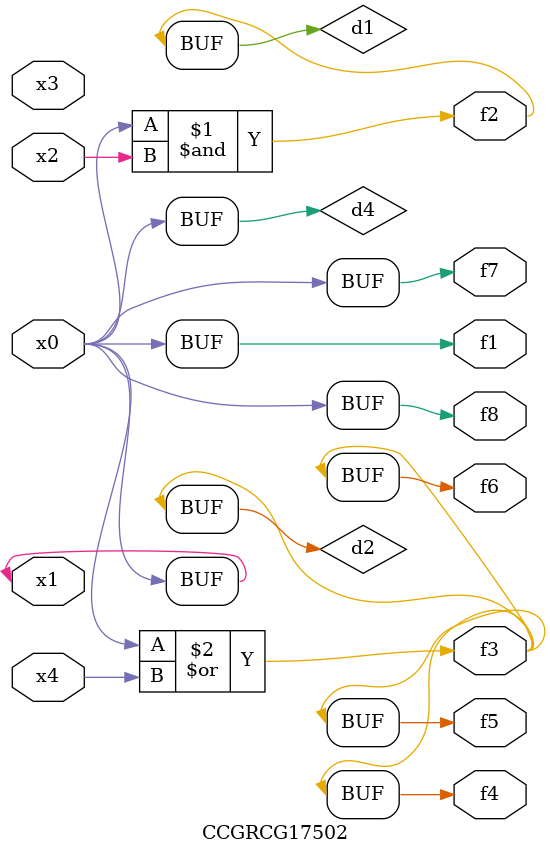
<source format=v>
module CCGRCG17502(
	input x0, x1, x2, x3, x4,
	output f1, f2, f3, f4, f5, f6, f7, f8
);

	wire d1, d2, d3, d4;

	and (d1, x0, x2);
	or (d2, x0, x4);
	nand (d3, x0, x2);
	buf (d4, x0, x1);
	assign f1 = d4;
	assign f2 = d1;
	assign f3 = d2;
	assign f4 = d2;
	assign f5 = d2;
	assign f6 = d2;
	assign f7 = d4;
	assign f8 = d4;
endmodule

</source>
